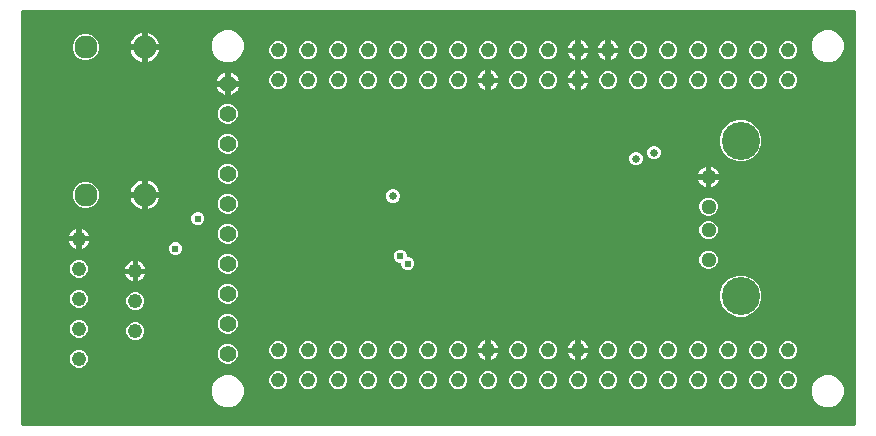
<source format=gbr>
G04 EAGLE Gerber RS-274X export*
G75*
%MOMM*%
%FSLAX34Y34*%
%LPD*%
%INCopper Layer 2*%
%IPPOS*%
%AMOC8*
5,1,8,0,0,1.08239X$1,22.5*%
G01*
%ADD10C,1.960000*%
%ADD11C,1.244600*%
%ADD12C,1.422400*%
%ADD13C,3.220000*%
%ADD14C,1.288000*%
%ADD15C,0.609600*%
%ADD16C,0.654800*%

G36*
X708208Y2556D02*
X708208Y2556D01*
X708327Y2563D01*
X708365Y2576D01*
X708406Y2581D01*
X708516Y2624D01*
X708629Y2661D01*
X708664Y2683D01*
X708701Y2698D01*
X708797Y2767D01*
X708898Y2831D01*
X708926Y2861D01*
X708959Y2884D01*
X709035Y2976D01*
X709116Y3063D01*
X709136Y3098D01*
X709161Y3129D01*
X709212Y3237D01*
X709270Y3341D01*
X709280Y3381D01*
X709297Y3417D01*
X709319Y3534D01*
X709349Y3649D01*
X709353Y3709D01*
X709357Y3729D01*
X709355Y3750D01*
X709359Y3810D01*
X709359Y352990D01*
X709344Y353108D01*
X709337Y353227D01*
X709324Y353265D01*
X709319Y353306D01*
X709276Y353416D01*
X709239Y353529D01*
X709217Y353564D01*
X709202Y353601D01*
X709133Y353697D01*
X709069Y353798D01*
X709039Y353826D01*
X709016Y353859D01*
X708924Y353935D01*
X708837Y354016D01*
X708802Y354036D01*
X708771Y354061D01*
X708663Y354112D01*
X708559Y354170D01*
X708519Y354180D01*
X708483Y354197D01*
X708366Y354219D01*
X708251Y354249D01*
X708191Y354253D01*
X708171Y354257D01*
X708150Y354255D01*
X708090Y354259D01*
X3810Y354259D01*
X3692Y354244D01*
X3573Y354237D01*
X3535Y354224D01*
X3494Y354219D01*
X3384Y354176D01*
X3271Y354139D01*
X3236Y354117D01*
X3199Y354102D01*
X3103Y354033D01*
X3002Y353969D01*
X2974Y353939D01*
X2941Y353916D01*
X2865Y353824D01*
X2784Y353737D01*
X2764Y353702D01*
X2739Y353671D01*
X2688Y353563D01*
X2630Y353459D01*
X2620Y353419D01*
X2603Y353383D01*
X2581Y353266D01*
X2551Y353151D01*
X2547Y353091D01*
X2543Y353071D01*
X2545Y353050D01*
X2541Y352990D01*
X2541Y3810D01*
X2556Y3692D01*
X2563Y3573D01*
X2576Y3535D01*
X2581Y3494D01*
X2624Y3384D01*
X2661Y3271D01*
X2683Y3236D01*
X2698Y3199D01*
X2767Y3103D01*
X2831Y3002D01*
X2861Y2974D01*
X2884Y2941D01*
X2976Y2865D01*
X3063Y2784D01*
X3098Y2764D01*
X3129Y2739D01*
X3237Y2688D01*
X3341Y2630D01*
X3381Y2620D01*
X3417Y2603D01*
X3534Y2581D01*
X3649Y2551D01*
X3709Y2547D01*
X3729Y2543D01*
X3750Y2545D01*
X3810Y2541D01*
X708090Y2541D01*
X708208Y2556D01*
G37*
%LPC*%
G36*
X608445Y226279D02*
X608445Y226279D01*
X602060Y228924D01*
X597174Y233810D01*
X594529Y240195D01*
X594529Y247105D01*
X597174Y253490D01*
X602060Y258376D01*
X608445Y261021D01*
X615355Y261021D01*
X621740Y258376D01*
X626626Y253490D01*
X629271Y247105D01*
X629271Y240195D01*
X626626Y233810D01*
X621740Y228924D01*
X615355Y226279D01*
X608445Y226279D01*
G37*
%LPD*%
%LPC*%
G36*
X608445Y94879D02*
X608445Y94879D01*
X602060Y97524D01*
X597174Y102410D01*
X594529Y108795D01*
X594529Y115705D01*
X597174Y122090D01*
X602060Y126976D01*
X608445Y129621D01*
X615355Y129621D01*
X621740Y126976D01*
X626626Y122090D01*
X629271Y115705D01*
X629271Y108795D01*
X626626Y102410D01*
X621740Y97524D01*
X615355Y94879D01*
X608445Y94879D01*
G37*
%LPD*%
%LPC*%
G36*
X683107Y310309D02*
X683107Y310309D01*
X678130Y312371D01*
X674321Y316180D01*
X672259Y321157D01*
X672259Y326543D01*
X674321Y331520D01*
X678130Y335329D01*
X683107Y337391D01*
X688493Y337391D01*
X693470Y335329D01*
X697279Y331520D01*
X699341Y326543D01*
X699341Y321157D01*
X697279Y316180D01*
X693470Y312371D01*
X688493Y310309D01*
X683107Y310309D01*
G37*
%LPD*%
%LPC*%
G36*
X175107Y310309D02*
X175107Y310309D01*
X170130Y312371D01*
X166321Y316180D01*
X164259Y321157D01*
X164259Y326543D01*
X166321Y331520D01*
X170130Y335329D01*
X175107Y337391D01*
X180493Y337391D01*
X185470Y335329D01*
X189279Y331520D01*
X191341Y326543D01*
X191341Y321157D01*
X189279Y316180D01*
X185470Y312371D01*
X180493Y310309D01*
X175107Y310309D01*
G37*
%LPD*%
%LPC*%
G36*
X175107Y18209D02*
X175107Y18209D01*
X170130Y20271D01*
X166321Y24080D01*
X164259Y29057D01*
X164259Y34443D01*
X166321Y39420D01*
X170130Y43229D01*
X175107Y45291D01*
X180493Y45291D01*
X185470Y43229D01*
X189279Y39420D01*
X191341Y34443D01*
X191341Y29057D01*
X189279Y24080D01*
X185470Y20271D01*
X180493Y18209D01*
X175107Y18209D01*
G37*
%LPD*%
%LPC*%
G36*
X683107Y18209D02*
X683107Y18209D01*
X678130Y20271D01*
X674321Y24080D01*
X672259Y29057D01*
X672259Y34443D01*
X674321Y39420D01*
X678130Y43229D01*
X683107Y45291D01*
X688493Y45291D01*
X693470Y43229D01*
X697279Y39420D01*
X699341Y34443D01*
X699341Y29057D01*
X697279Y24080D01*
X693470Y20271D01*
X688493Y18209D01*
X683107Y18209D01*
G37*
%LPD*%
%LPC*%
G36*
X55348Y311779D02*
X55348Y311779D01*
X51279Y313465D01*
X48165Y316579D01*
X46479Y320648D01*
X46479Y325052D01*
X48165Y329121D01*
X51279Y332235D01*
X55348Y333921D01*
X59752Y333921D01*
X63821Y332235D01*
X66935Y329121D01*
X68621Y325052D01*
X68621Y320648D01*
X66935Y316579D01*
X63821Y313465D01*
X59752Y311779D01*
X55348Y311779D01*
G37*
%LPD*%
%LPC*%
G36*
X55348Y186779D02*
X55348Y186779D01*
X51279Y188465D01*
X48165Y191579D01*
X46479Y195648D01*
X46479Y200052D01*
X48165Y204121D01*
X51279Y207235D01*
X55348Y208921D01*
X59752Y208921D01*
X63821Y207235D01*
X66935Y204121D01*
X68621Y200052D01*
X68621Y195648D01*
X66935Y191579D01*
X63821Y188465D01*
X59752Y186779D01*
X55348Y186779D01*
G37*
%LPD*%
%LPC*%
G36*
X176133Y55117D02*
X176133Y55117D01*
X173052Y56393D01*
X170693Y58752D01*
X169417Y61833D01*
X169417Y65167D01*
X170693Y68248D01*
X173052Y70607D01*
X176133Y71883D01*
X179467Y71883D01*
X182548Y70607D01*
X184907Y68248D01*
X186183Y65167D01*
X186183Y61833D01*
X184907Y58752D01*
X182548Y56393D01*
X179467Y55117D01*
X176133Y55117D01*
G37*
%LPD*%
%LPC*%
G36*
X176133Y80517D02*
X176133Y80517D01*
X173052Y81793D01*
X170693Y84152D01*
X169417Y87233D01*
X169417Y90567D01*
X170693Y93648D01*
X173052Y96007D01*
X176133Y97283D01*
X179467Y97283D01*
X182548Y96007D01*
X184907Y93648D01*
X186183Y90567D01*
X186183Y87233D01*
X184907Y84152D01*
X182548Y81793D01*
X179467Y80517D01*
X176133Y80517D01*
G37*
%LPD*%
%LPC*%
G36*
X176133Y105917D02*
X176133Y105917D01*
X173052Y107193D01*
X170693Y109552D01*
X169417Y112633D01*
X169417Y115967D01*
X170693Y119048D01*
X173052Y121407D01*
X176133Y122683D01*
X179467Y122683D01*
X182548Y121407D01*
X184907Y119048D01*
X186183Y115967D01*
X186183Y112633D01*
X184907Y109552D01*
X182548Y107193D01*
X179467Y105917D01*
X176133Y105917D01*
G37*
%LPD*%
%LPC*%
G36*
X176133Y258317D02*
X176133Y258317D01*
X173052Y259593D01*
X170693Y261952D01*
X169417Y265033D01*
X169417Y268367D01*
X170693Y271448D01*
X173052Y273807D01*
X176133Y275083D01*
X179467Y275083D01*
X182548Y273807D01*
X184907Y271448D01*
X186183Y268367D01*
X186183Y265033D01*
X184907Y261952D01*
X182548Y259593D01*
X179467Y258317D01*
X176133Y258317D01*
G37*
%LPD*%
%LPC*%
G36*
X176133Y232917D02*
X176133Y232917D01*
X173052Y234193D01*
X170693Y236552D01*
X169417Y239633D01*
X169417Y242967D01*
X170693Y246048D01*
X173052Y248407D01*
X176133Y249683D01*
X179467Y249683D01*
X182548Y248407D01*
X184907Y246048D01*
X186183Y242967D01*
X186183Y239633D01*
X184907Y236552D01*
X182548Y234193D01*
X179467Y232917D01*
X176133Y232917D01*
G37*
%LPD*%
%LPC*%
G36*
X176133Y131317D02*
X176133Y131317D01*
X173052Y132593D01*
X170693Y134952D01*
X169417Y138033D01*
X169417Y141367D01*
X170693Y144448D01*
X173052Y146807D01*
X176133Y148083D01*
X179467Y148083D01*
X182548Y146807D01*
X184907Y144448D01*
X186183Y141367D01*
X186183Y138033D01*
X184907Y134952D01*
X182548Y132593D01*
X179467Y131317D01*
X176133Y131317D01*
G37*
%LPD*%
%LPC*%
G36*
X176133Y207517D02*
X176133Y207517D01*
X173052Y208793D01*
X170693Y211152D01*
X169417Y214233D01*
X169417Y217567D01*
X170693Y220648D01*
X173052Y223007D01*
X176133Y224283D01*
X179467Y224283D01*
X182548Y223007D01*
X184907Y220648D01*
X186183Y217567D01*
X186183Y214233D01*
X184907Y211152D01*
X182548Y208793D01*
X179467Y207517D01*
X176133Y207517D01*
G37*
%LPD*%
%LPC*%
G36*
X176133Y156717D02*
X176133Y156717D01*
X173052Y157993D01*
X170693Y160352D01*
X169417Y163433D01*
X169417Y166767D01*
X170693Y169848D01*
X173052Y172207D01*
X176133Y173483D01*
X179467Y173483D01*
X182548Y172207D01*
X184907Y169848D01*
X186183Y166767D01*
X186183Y163433D01*
X184907Y160352D01*
X182548Y157993D01*
X179467Y156717D01*
X176133Y156717D01*
G37*
%LPD*%
%LPC*%
G36*
X176133Y182117D02*
X176133Y182117D01*
X173052Y183393D01*
X170693Y185752D01*
X169417Y188833D01*
X169417Y192167D01*
X170693Y195248D01*
X173052Y197607D01*
X176133Y198883D01*
X179467Y198883D01*
X182548Y197607D01*
X184907Y195248D01*
X186183Y192167D01*
X186183Y188833D01*
X184907Y185752D01*
X182548Y183393D01*
X179467Y182117D01*
X176133Y182117D01*
G37*
%LPD*%
%LPC*%
G36*
X583266Y135239D02*
X583266Y135239D01*
X580432Y136413D01*
X578263Y138582D01*
X577089Y141416D01*
X577089Y144484D01*
X578263Y147318D01*
X580432Y149487D01*
X583266Y150661D01*
X586334Y150661D01*
X589168Y149487D01*
X591337Y147318D01*
X592511Y144484D01*
X592511Y141416D01*
X591337Y138582D01*
X589168Y136413D01*
X586334Y135239D01*
X583266Y135239D01*
G37*
%LPD*%
%LPC*%
G36*
X583266Y160239D02*
X583266Y160239D01*
X580432Y161413D01*
X578263Y163582D01*
X577089Y166416D01*
X577089Y169484D01*
X578263Y172318D01*
X580432Y174487D01*
X583266Y175661D01*
X586334Y175661D01*
X589168Y174487D01*
X591337Y172318D01*
X592511Y169484D01*
X592511Y166416D01*
X591337Y163582D01*
X589168Y161413D01*
X586334Y160239D01*
X583266Y160239D01*
G37*
%LPD*%
%LPC*%
G36*
X583266Y180239D02*
X583266Y180239D01*
X580432Y181413D01*
X578263Y183582D01*
X577089Y186416D01*
X577089Y189484D01*
X578263Y192318D01*
X580432Y194487D01*
X583266Y195661D01*
X586334Y195661D01*
X589168Y194487D01*
X591337Y192318D01*
X592511Y189484D01*
X592511Y186416D01*
X591337Y183582D01*
X589168Y181413D01*
X586334Y180239D01*
X583266Y180239D01*
G37*
%LPD*%
%LPC*%
G36*
X329088Y134111D02*
X329088Y134111D01*
X327034Y134962D01*
X325462Y136534D01*
X324611Y138588D01*
X324611Y139192D01*
X324596Y139310D01*
X324589Y139429D01*
X324576Y139467D01*
X324571Y139508D01*
X324528Y139618D01*
X324491Y139731D01*
X324469Y139766D01*
X324454Y139803D01*
X324385Y139899D01*
X324321Y140000D01*
X324291Y140028D01*
X324268Y140061D01*
X324176Y140137D01*
X324089Y140218D01*
X324054Y140238D01*
X324023Y140263D01*
X323915Y140314D01*
X323811Y140372D01*
X323771Y140382D01*
X323735Y140399D01*
X323618Y140421D01*
X323503Y140451D01*
X323443Y140455D01*
X323423Y140459D01*
X323402Y140457D01*
X323342Y140461D01*
X322738Y140461D01*
X320684Y141312D01*
X319112Y142884D01*
X318261Y144938D01*
X318261Y147162D01*
X319112Y149216D01*
X320684Y150788D01*
X322738Y151639D01*
X324962Y151639D01*
X327016Y150788D01*
X328588Y149216D01*
X329439Y147162D01*
X329439Y146558D01*
X329454Y146440D01*
X329461Y146321D01*
X329474Y146283D01*
X329479Y146242D01*
X329522Y146132D01*
X329559Y146019D01*
X329581Y145984D01*
X329596Y145947D01*
X329665Y145851D01*
X329729Y145750D01*
X329759Y145722D01*
X329782Y145689D01*
X329874Y145613D01*
X329961Y145532D01*
X329996Y145512D01*
X330027Y145487D01*
X330135Y145436D01*
X330239Y145378D01*
X330279Y145368D01*
X330315Y145351D01*
X330432Y145329D01*
X330547Y145299D01*
X330607Y145295D01*
X330627Y145291D01*
X330648Y145293D01*
X330708Y145289D01*
X331312Y145289D01*
X333366Y144438D01*
X334938Y142866D01*
X335789Y140812D01*
X335789Y138588D01*
X334938Y136534D01*
X333366Y134962D01*
X331312Y134111D01*
X329088Y134111D01*
G37*
%LPD*%
%LPC*%
G36*
X295009Y58806D02*
X295009Y58806D01*
X292255Y59947D01*
X290147Y62055D01*
X289006Y64809D01*
X289006Y67791D01*
X290147Y70545D01*
X292255Y72653D01*
X295009Y73794D01*
X297991Y73794D01*
X300745Y72653D01*
X302853Y70545D01*
X303994Y67791D01*
X303994Y64809D01*
X302853Y62055D01*
X300745Y59947D01*
X297991Y58806D01*
X295009Y58806D01*
G37*
%LPD*%
%LPC*%
G36*
X269609Y58806D02*
X269609Y58806D01*
X266855Y59947D01*
X264747Y62055D01*
X263606Y64809D01*
X263606Y67791D01*
X264747Y70545D01*
X266855Y72653D01*
X269609Y73794D01*
X272591Y73794D01*
X275345Y72653D01*
X277453Y70545D01*
X278594Y67791D01*
X278594Y64809D01*
X277453Y62055D01*
X275345Y59947D01*
X272591Y58806D01*
X269609Y58806D01*
G37*
%LPD*%
%LPC*%
G36*
X50209Y51606D02*
X50209Y51606D01*
X47455Y52747D01*
X45347Y54855D01*
X44206Y57609D01*
X44206Y60591D01*
X45347Y63345D01*
X47455Y65453D01*
X50209Y66594D01*
X53191Y66594D01*
X55945Y65453D01*
X58053Y63345D01*
X59194Y60591D01*
X59194Y57609D01*
X58053Y54855D01*
X55945Y52747D01*
X53191Y51606D01*
X50209Y51606D01*
G37*
%LPD*%
%LPC*%
G36*
X650609Y33406D02*
X650609Y33406D01*
X647855Y34547D01*
X645747Y36655D01*
X644606Y39409D01*
X644606Y42391D01*
X645747Y45145D01*
X647855Y47253D01*
X650609Y48394D01*
X653591Y48394D01*
X656345Y47253D01*
X658453Y45145D01*
X659594Y42391D01*
X659594Y39409D01*
X658453Y36655D01*
X656345Y34547D01*
X653591Y33406D01*
X650609Y33406D01*
G37*
%LPD*%
%LPC*%
G36*
X599809Y33406D02*
X599809Y33406D01*
X597055Y34547D01*
X594947Y36655D01*
X593806Y39409D01*
X593806Y42391D01*
X594947Y45145D01*
X597055Y47253D01*
X599809Y48394D01*
X602791Y48394D01*
X605545Y47253D01*
X607653Y45145D01*
X608794Y42391D01*
X608794Y39409D01*
X607653Y36655D01*
X605545Y34547D01*
X602791Y33406D01*
X599809Y33406D01*
G37*
%LPD*%
%LPC*%
G36*
X574409Y33406D02*
X574409Y33406D01*
X571655Y34547D01*
X569547Y36655D01*
X568406Y39409D01*
X568406Y42391D01*
X569547Y45145D01*
X571655Y47253D01*
X574409Y48394D01*
X577391Y48394D01*
X580145Y47253D01*
X582253Y45145D01*
X583394Y42391D01*
X583394Y39409D01*
X582253Y36655D01*
X580145Y34547D01*
X577391Y33406D01*
X574409Y33406D01*
G37*
%LPD*%
%LPC*%
G36*
X244209Y312806D02*
X244209Y312806D01*
X241455Y313947D01*
X239347Y316055D01*
X238206Y318809D01*
X238206Y321791D01*
X239347Y324545D01*
X241455Y326653D01*
X244209Y327794D01*
X247191Y327794D01*
X249945Y326653D01*
X252053Y324545D01*
X253194Y321791D01*
X253194Y318809D01*
X252053Y316055D01*
X249945Y313947D01*
X247191Y312806D01*
X244209Y312806D01*
G37*
%LPD*%
%LPC*%
G36*
X218809Y312806D02*
X218809Y312806D01*
X216055Y313947D01*
X213947Y316055D01*
X212806Y318809D01*
X212806Y321791D01*
X213947Y324545D01*
X216055Y326653D01*
X218809Y327794D01*
X221791Y327794D01*
X224545Y326653D01*
X226653Y324545D01*
X227794Y321791D01*
X227794Y318809D01*
X226653Y316055D01*
X224545Y313947D01*
X221791Y312806D01*
X218809Y312806D01*
G37*
%LPD*%
%LPC*%
G36*
X650609Y312806D02*
X650609Y312806D01*
X647855Y313947D01*
X645747Y316055D01*
X644606Y318809D01*
X644606Y321791D01*
X645747Y324545D01*
X647855Y326653D01*
X650609Y327794D01*
X653591Y327794D01*
X656345Y326653D01*
X658453Y324545D01*
X659594Y321791D01*
X659594Y318809D01*
X658453Y316055D01*
X656345Y313947D01*
X653591Y312806D01*
X650609Y312806D01*
G37*
%LPD*%
%LPC*%
G36*
X625209Y312806D02*
X625209Y312806D01*
X622455Y313947D01*
X620347Y316055D01*
X619206Y318809D01*
X619206Y321791D01*
X620347Y324545D01*
X622455Y326653D01*
X625209Y327794D01*
X628191Y327794D01*
X630945Y326653D01*
X633053Y324545D01*
X634194Y321791D01*
X634194Y318809D01*
X633053Y316055D01*
X630945Y313947D01*
X628191Y312806D01*
X625209Y312806D01*
G37*
%LPD*%
%LPC*%
G36*
X599809Y312806D02*
X599809Y312806D01*
X597055Y313947D01*
X594947Y316055D01*
X593806Y318809D01*
X593806Y321791D01*
X594947Y324545D01*
X597055Y326653D01*
X599809Y327794D01*
X602791Y327794D01*
X605545Y326653D01*
X607653Y324545D01*
X608794Y321791D01*
X608794Y318809D01*
X607653Y316055D01*
X605545Y313947D01*
X602791Y312806D01*
X599809Y312806D01*
G37*
%LPD*%
%LPC*%
G36*
X574409Y312806D02*
X574409Y312806D01*
X571655Y313947D01*
X569547Y316055D01*
X568406Y318809D01*
X568406Y321791D01*
X569547Y324545D01*
X571655Y326653D01*
X574409Y327794D01*
X577391Y327794D01*
X580145Y326653D01*
X582253Y324545D01*
X583394Y321791D01*
X583394Y318809D01*
X582253Y316055D01*
X580145Y313947D01*
X577391Y312806D01*
X574409Y312806D01*
G37*
%LPD*%
%LPC*%
G36*
X549009Y312806D02*
X549009Y312806D01*
X546255Y313947D01*
X544147Y316055D01*
X543006Y318809D01*
X543006Y321791D01*
X544147Y324545D01*
X546255Y326653D01*
X549009Y327794D01*
X551991Y327794D01*
X554745Y326653D01*
X556853Y324545D01*
X557994Y321791D01*
X557994Y318809D01*
X556853Y316055D01*
X554745Y313947D01*
X551991Y312806D01*
X549009Y312806D01*
G37*
%LPD*%
%LPC*%
G36*
X523609Y312806D02*
X523609Y312806D01*
X520855Y313947D01*
X518747Y316055D01*
X517606Y318809D01*
X517606Y321791D01*
X518747Y324545D01*
X520855Y326653D01*
X523609Y327794D01*
X526591Y327794D01*
X529345Y326653D01*
X531453Y324545D01*
X532594Y321791D01*
X532594Y318809D01*
X531453Y316055D01*
X529345Y313947D01*
X526591Y312806D01*
X523609Y312806D01*
G37*
%LPD*%
%LPC*%
G36*
X447409Y312806D02*
X447409Y312806D01*
X444655Y313947D01*
X442547Y316055D01*
X441406Y318809D01*
X441406Y321791D01*
X442547Y324545D01*
X444655Y326653D01*
X447409Y327794D01*
X450391Y327794D01*
X453145Y326653D01*
X455253Y324545D01*
X456394Y321791D01*
X456394Y318809D01*
X455253Y316055D01*
X453145Y313947D01*
X450391Y312806D01*
X447409Y312806D01*
G37*
%LPD*%
%LPC*%
G36*
X422009Y312806D02*
X422009Y312806D01*
X419255Y313947D01*
X417147Y316055D01*
X416006Y318809D01*
X416006Y321791D01*
X417147Y324545D01*
X419255Y326653D01*
X422009Y327794D01*
X424991Y327794D01*
X427745Y326653D01*
X429853Y324545D01*
X430994Y321791D01*
X430994Y318809D01*
X429853Y316055D01*
X427745Y313947D01*
X424991Y312806D01*
X422009Y312806D01*
G37*
%LPD*%
%LPC*%
G36*
X396609Y312806D02*
X396609Y312806D01*
X393855Y313947D01*
X391747Y316055D01*
X390606Y318809D01*
X390606Y321791D01*
X391747Y324545D01*
X393855Y326653D01*
X396609Y327794D01*
X399591Y327794D01*
X402345Y326653D01*
X404453Y324545D01*
X405594Y321791D01*
X405594Y318809D01*
X404453Y316055D01*
X402345Y313947D01*
X399591Y312806D01*
X396609Y312806D01*
G37*
%LPD*%
%LPC*%
G36*
X371209Y312806D02*
X371209Y312806D01*
X368455Y313947D01*
X366347Y316055D01*
X365206Y318809D01*
X365206Y321791D01*
X366347Y324545D01*
X368455Y326653D01*
X371209Y327794D01*
X374191Y327794D01*
X376945Y326653D01*
X379053Y324545D01*
X380194Y321791D01*
X380194Y318809D01*
X379053Y316055D01*
X376945Y313947D01*
X374191Y312806D01*
X371209Y312806D01*
G37*
%LPD*%
%LPC*%
G36*
X345809Y312806D02*
X345809Y312806D01*
X343055Y313947D01*
X340947Y316055D01*
X339806Y318809D01*
X339806Y321791D01*
X340947Y324545D01*
X343055Y326653D01*
X345809Y327794D01*
X348791Y327794D01*
X351545Y326653D01*
X353653Y324545D01*
X354794Y321791D01*
X354794Y318809D01*
X353653Y316055D01*
X351545Y313947D01*
X348791Y312806D01*
X345809Y312806D01*
G37*
%LPD*%
%LPC*%
G36*
X320409Y312806D02*
X320409Y312806D01*
X317655Y313947D01*
X315547Y316055D01*
X314406Y318809D01*
X314406Y321791D01*
X315547Y324545D01*
X317655Y326653D01*
X320409Y327794D01*
X323391Y327794D01*
X326145Y326653D01*
X328253Y324545D01*
X329394Y321791D01*
X329394Y318809D01*
X328253Y316055D01*
X326145Y313947D01*
X323391Y312806D01*
X320409Y312806D01*
G37*
%LPD*%
%LPC*%
G36*
X295009Y312806D02*
X295009Y312806D01*
X292255Y313947D01*
X290147Y316055D01*
X289006Y318809D01*
X289006Y321791D01*
X290147Y324545D01*
X292255Y326653D01*
X295009Y327794D01*
X297991Y327794D01*
X300745Y326653D01*
X302853Y324545D01*
X303994Y321791D01*
X303994Y318809D01*
X302853Y316055D01*
X300745Y313947D01*
X297991Y312806D01*
X295009Y312806D01*
G37*
%LPD*%
%LPC*%
G36*
X269609Y312806D02*
X269609Y312806D01*
X266855Y313947D01*
X264747Y316055D01*
X263606Y318809D01*
X263606Y321791D01*
X264747Y324545D01*
X266855Y326653D01*
X269609Y327794D01*
X272591Y327794D01*
X275345Y326653D01*
X277453Y324545D01*
X278594Y321791D01*
X278594Y318809D01*
X277453Y316055D01*
X275345Y313947D01*
X272591Y312806D01*
X269609Y312806D01*
G37*
%LPD*%
%LPC*%
G36*
X549009Y33406D02*
X549009Y33406D01*
X546255Y34547D01*
X544147Y36655D01*
X543006Y39409D01*
X543006Y42391D01*
X544147Y45145D01*
X546255Y47253D01*
X549009Y48394D01*
X551991Y48394D01*
X554745Y47253D01*
X556853Y45145D01*
X557994Y42391D01*
X557994Y39409D01*
X556853Y36655D01*
X554745Y34547D01*
X551991Y33406D01*
X549009Y33406D01*
G37*
%LPD*%
%LPC*%
G36*
X523609Y33406D02*
X523609Y33406D01*
X520855Y34547D01*
X518747Y36655D01*
X517606Y39409D01*
X517606Y42391D01*
X518747Y45145D01*
X520855Y47253D01*
X523609Y48394D01*
X526591Y48394D01*
X529345Y47253D01*
X531453Y45145D01*
X532594Y42391D01*
X532594Y39409D01*
X531453Y36655D01*
X529345Y34547D01*
X526591Y33406D01*
X523609Y33406D01*
G37*
%LPD*%
%LPC*%
G36*
X498209Y33406D02*
X498209Y33406D01*
X495455Y34547D01*
X493347Y36655D01*
X492206Y39409D01*
X492206Y42391D01*
X493347Y45145D01*
X495455Y47253D01*
X498209Y48394D01*
X501191Y48394D01*
X503945Y47253D01*
X506053Y45145D01*
X507194Y42391D01*
X507194Y39409D01*
X506053Y36655D01*
X503945Y34547D01*
X501191Y33406D01*
X498209Y33406D01*
G37*
%LPD*%
%LPC*%
G36*
X472809Y33406D02*
X472809Y33406D01*
X470055Y34547D01*
X467947Y36655D01*
X466806Y39409D01*
X466806Y42391D01*
X467947Y45145D01*
X470055Y47253D01*
X472809Y48394D01*
X475791Y48394D01*
X478545Y47253D01*
X480653Y45145D01*
X481794Y42391D01*
X481794Y39409D01*
X480653Y36655D01*
X478545Y34547D01*
X475791Y33406D01*
X472809Y33406D01*
G37*
%LPD*%
%LPC*%
G36*
X447409Y33406D02*
X447409Y33406D01*
X444655Y34547D01*
X442547Y36655D01*
X441406Y39409D01*
X441406Y42391D01*
X442547Y45145D01*
X444655Y47253D01*
X447409Y48394D01*
X450391Y48394D01*
X453145Y47253D01*
X455253Y45145D01*
X456394Y42391D01*
X456394Y39409D01*
X455253Y36655D01*
X453145Y34547D01*
X450391Y33406D01*
X447409Y33406D01*
G37*
%LPD*%
%LPC*%
G36*
X422009Y33406D02*
X422009Y33406D01*
X419255Y34547D01*
X417147Y36655D01*
X416006Y39409D01*
X416006Y42391D01*
X417147Y45145D01*
X419255Y47253D01*
X422009Y48394D01*
X424991Y48394D01*
X427745Y47253D01*
X429853Y45145D01*
X430994Y42391D01*
X430994Y39409D01*
X429853Y36655D01*
X427745Y34547D01*
X424991Y33406D01*
X422009Y33406D01*
G37*
%LPD*%
%LPC*%
G36*
X396609Y33406D02*
X396609Y33406D01*
X393855Y34547D01*
X391747Y36655D01*
X390606Y39409D01*
X390606Y42391D01*
X391747Y45145D01*
X393855Y47253D01*
X396609Y48394D01*
X399591Y48394D01*
X402345Y47253D01*
X404453Y45145D01*
X405594Y42391D01*
X405594Y39409D01*
X404453Y36655D01*
X402345Y34547D01*
X399591Y33406D01*
X396609Y33406D01*
G37*
%LPD*%
%LPC*%
G36*
X371209Y33406D02*
X371209Y33406D01*
X368455Y34547D01*
X366347Y36655D01*
X365206Y39409D01*
X365206Y42391D01*
X366347Y45145D01*
X368455Y47253D01*
X371209Y48394D01*
X374191Y48394D01*
X376945Y47253D01*
X379053Y45145D01*
X380194Y42391D01*
X380194Y39409D01*
X379053Y36655D01*
X376945Y34547D01*
X374191Y33406D01*
X371209Y33406D01*
G37*
%LPD*%
%LPC*%
G36*
X345809Y33406D02*
X345809Y33406D01*
X343055Y34547D01*
X340947Y36655D01*
X339806Y39409D01*
X339806Y42391D01*
X340947Y45145D01*
X343055Y47253D01*
X345809Y48394D01*
X348791Y48394D01*
X351545Y47253D01*
X353653Y45145D01*
X354794Y42391D01*
X354794Y39409D01*
X353653Y36655D01*
X351545Y34547D01*
X348791Y33406D01*
X345809Y33406D01*
G37*
%LPD*%
%LPC*%
G36*
X320409Y33406D02*
X320409Y33406D01*
X317655Y34547D01*
X315547Y36655D01*
X314406Y39409D01*
X314406Y42391D01*
X315547Y45145D01*
X317655Y47253D01*
X320409Y48394D01*
X323391Y48394D01*
X326145Y47253D01*
X328253Y45145D01*
X329394Y42391D01*
X329394Y39409D01*
X328253Y36655D01*
X326145Y34547D01*
X323391Y33406D01*
X320409Y33406D01*
G37*
%LPD*%
%LPC*%
G36*
X295009Y33406D02*
X295009Y33406D01*
X292255Y34547D01*
X290147Y36655D01*
X289006Y39409D01*
X289006Y42391D01*
X290147Y45145D01*
X292255Y47253D01*
X295009Y48394D01*
X297991Y48394D01*
X300745Y47253D01*
X302853Y45145D01*
X303994Y42391D01*
X303994Y39409D01*
X302853Y36655D01*
X300745Y34547D01*
X297991Y33406D01*
X295009Y33406D01*
G37*
%LPD*%
%LPC*%
G36*
X650609Y287406D02*
X650609Y287406D01*
X647855Y288547D01*
X645747Y290655D01*
X644606Y293409D01*
X644606Y296391D01*
X645747Y299145D01*
X647855Y301253D01*
X650609Y302394D01*
X653591Y302394D01*
X656345Y301253D01*
X658453Y299145D01*
X659594Y296391D01*
X659594Y293409D01*
X658453Y290655D01*
X656345Y288547D01*
X653591Y287406D01*
X650609Y287406D01*
G37*
%LPD*%
%LPC*%
G36*
X625209Y287406D02*
X625209Y287406D01*
X622455Y288547D01*
X620347Y290655D01*
X619206Y293409D01*
X619206Y296391D01*
X620347Y299145D01*
X622455Y301253D01*
X625209Y302394D01*
X628191Y302394D01*
X630945Y301253D01*
X633053Y299145D01*
X634194Y296391D01*
X634194Y293409D01*
X633053Y290655D01*
X630945Y288547D01*
X628191Y287406D01*
X625209Y287406D01*
G37*
%LPD*%
%LPC*%
G36*
X599809Y287406D02*
X599809Y287406D01*
X597055Y288547D01*
X594947Y290655D01*
X593806Y293409D01*
X593806Y296391D01*
X594947Y299145D01*
X597055Y301253D01*
X599809Y302394D01*
X602791Y302394D01*
X605545Y301253D01*
X607653Y299145D01*
X608794Y296391D01*
X608794Y293409D01*
X607653Y290655D01*
X605545Y288547D01*
X602791Y287406D01*
X599809Y287406D01*
G37*
%LPD*%
%LPC*%
G36*
X574409Y287406D02*
X574409Y287406D01*
X571655Y288547D01*
X569547Y290655D01*
X568406Y293409D01*
X568406Y296391D01*
X569547Y299145D01*
X571655Y301253D01*
X574409Y302394D01*
X577391Y302394D01*
X580145Y301253D01*
X582253Y299145D01*
X583394Y296391D01*
X583394Y293409D01*
X582253Y290655D01*
X580145Y288547D01*
X577391Y287406D01*
X574409Y287406D01*
G37*
%LPD*%
%LPC*%
G36*
X549009Y287406D02*
X549009Y287406D01*
X546255Y288547D01*
X544147Y290655D01*
X543006Y293409D01*
X543006Y296391D01*
X544147Y299145D01*
X546255Y301253D01*
X549009Y302394D01*
X551991Y302394D01*
X554745Y301253D01*
X556853Y299145D01*
X557994Y296391D01*
X557994Y293409D01*
X556853Y290655D01*
X554745Y288547D01*
X551991Y287406D01*
X549009Y287406D01*
G37*
%LPD*%
%LPC*%
G36*
X523609Y287406D02*
X523609Y287406D01*
X520855Y288547D01*
X518747Y290655D01*
X517606Y293409D01*
X517606Y296391D01*
X518747Y299145D01*
X520855Y301253D01*
X523609Y302394D01*
X526591Y302394D01*
X529345Y301253D01*
X531453Y299145D01*
X532594Y296391D01*
X532594Y293409D01*
X531453Y290655D01*
X529345Y288547D01*
X526591Y287406D01*
X523609Y287406D01*
G37*
%LPD*%
%LPC*%
G36*
X498209Y287406D02*
X498209Y287406D01*
X495455Y288547D01*
X493347Y290655D01*
X492206Y293409D01*
X492206Y296391D01*
X493347Y299145D01*
X495455Y301253D01*
X498209Y302394D01*
X501191Y302394D01*
X503945Y301253D01*
X506053Y299145D01*
X507194Y296391D01*
X507194Y293409D01*
X506053Y290655D01*
X503945Y288547D01*
X501191Y287406D01*
X498209Y287406D01*
G37*
%LPD*%
%LPC*%
G36*
X447409Y287406D02*
X447409Y287406D01*
X444655Y288547D01*
X442547Y290655D01*
X441406Y293409D01*
X441406Y296391D01*
X442547Y299145D01*
X444655Y301253D01*
X447409Y302394D01*
X450391Y302394D01*
X453145Y301253D01*
X455253Y299145D01*
X456394Y296391D01*
X456394Y293409D01*
X455253Y290655D01*
X453145Y288547D01*
X450391Y287406D01*
X447409Y287406D01*
G37*
%LPD*%
%LPC*%
G36*
X422009Y287406D02*
X422009Y287406D01*
X419255Y288547D01*
X417147Y290655D01*
X416006Y293409D01*
X416006Y296391D01*
X417147Y299145D01*
X419255Y301253D01*
X422009Y302394D01*
X424991Y302394D01*
X427745Y301253D01*
X429853Y299145D01*
X430994Y296391D01*
X430994Y293409D01*
X429853Y290655D01*
X427745Y288547D01*
X424991Y287406D01*
X422009Y287406D01*
G37*
%LPD*%
%LPC*%
G36*
X371209Y287406D02*
X371209Y287406D01*
X368455Y288547D01*
X366347Y290655D01*
X365206Y293409D01*
X365206Y296391D01*
X366347Y299145D01*
X368455Y301253D01*
X371209Y302394D01*
X374191Y302394D01*
X376945Y301253D01*
X379053Y299145D01*
X380194Y296391D01*
X380194Y293409D01*
X379053Y290655D01*
X376945Y288547D01*
X374191Y287406D01*
X371209Y287406D01*
G37*
%LPD*%
%LPC*%
G36*
X345809Y287406D02*
X345809Y287406D01*
X343055Y288547D01*
X340947Y290655D01*
X339806Y293409D01*
X339806Y296391D01*
X340947Y299145D01*
X343055Y301253D01*
X345809Y302394D01*
X348791Y302394D01*
X351545Y301253D01*
X353653Y299145D01*
X354794Y296391D01*
X354794Y293409D01*
X353653Y290655D01*
X351545Y288547D01*
X348791Y287406D01*
X345809Y287406D01*
G37*
%LPD*%
%LPC*%
G36*
X320409Y287406D02*
X320409Y287406D01*
X317655Y288547D01*
X315547Y290655D01*
X314406Y293409D01*
X314406Y296391D01*
X315547Y299145D01*
X317655Y301253D01*
X320409Y302394D01*
X323391Y302394D01*
X326145Y301253D01*
X328253Y299145D01*
X329394Y296391D01*
X329394Y293409D01*
X328253Y290655D01*
X326145Y288547D01*
X323391Y287406D01*
X320409Y287406D01*
G37*
%LPD*%
%LPC*%
G36*
X295009Y287406D02*
X295009Y287406D01*
X292255Y288547D01*
X290147Y290655D01*
X289006Y293409D01*
X289006Y296391D01*
X290147Y299145D01*
X292255Y301253D01*
X295009Y302394D01*
X297991Y302394D01*
X300745Y301253D01*
X302853Y299145D01*
X303994Y296391D01*
X303994Y293409D01*
X302853Y290655D01*
X300745Y288547D01*
X297991Y287406D01*
X295009Y287406D01*
G37*
%LPD*%
%LPC*%
G36*
X269609Y287406D02*
X269609Y287406D01*
X266855Y288547D01*
X264747Y290655D01*
X263606Y293409D01*
X263606Y296391D01*
X264747Y299145D01*
X266855Y301253D01*
X269609Y302394D01*
X272591Y302394D01*
X275345Y301253D01*
X277453Y299145D01*
X278594Y296391D01*
X278594Y293409D01*
X277453Y290655D01*
X275345Y288547D01*
X272591Y287406D01*
X269609Y287406D01*
G37*
%LPD*%
%LPC*%
G36*
X244209Y287406D02*
X244209Y287406D01*
X241455Y288547D01*
X239347Y290655D01*
X238206Y293409D01*
X238206Y296391D01*
X239347Y299145D01*
X241455Y301253D01*
X244209Y302394D01*
X247191Y302394D01*
X249945Y301253D01*
X252053Y299145D01*
X253194Y296391D01*
X253194Y293409D01*
X252053Y290655D01*
X249945Y288547D01*
X247191Y287406D01*
X244209Y287406D01*
G37*
%LPD*%
%LPC*%
G36*
X218809Y287406D02*
X218809Y287406D01*
X216055Y288547D01*
X213947Y290655D01*
X212806Y293409D01*
X212806Y296391D01*
X213947Y299145D01*
X216055Y301253D01*
X218809Y302394D01*
X221791Y302394D01*
X224545Y301253D01*
X226653Y299145D01*
X227794Y296391D01*
X227794Y293409D01*
X226653Y290655D01*
X224545Y288547D01*
X221791Y287406D01*
X218809Y287406D01*
G37*
%LPD*%
%LPC*%
G36*
X269609Y33406D02*
X269609Y33406D01*
X266855Y34547D01*
X264747Y36655D01*
X263606Y39409D01*
X263606Y42391D01*
X264747Y45145D01*
X266855Y47253D01*
X269609Y48394D01*
X272591Y48394D01*
X275345Y47253D01*
X277453Y45145D01*
X278594Y42391D01*
X278594Y39409D01*
X277453Y36655D01*
X275345Y34547D01*
X272591Y33406D01*
X269609Y33406D01*
G37*
%LPD*%
%LPC*%
G36*
X244209Y33406D02*
X244209Y33406D01*
X241455Y34547D01*
X239347Y36655D01*
X238206Y39409D01*
X238206Y42391D01*
X239347Y45145D01*
X241455Y47253D01*
X244209Y48394D01*
X247191Y48394D01*
X249945Y47253D01*
X252053Y45145D01*
X253194Y42391D01*
X253194Y39409D01*
X252053Y36655D01*
X249945Y34547D01*
X247191Y33406D01*
X244209Y33406D01*
G37*
%LPD*%
%LPC*%
G36*
X218809Y33406D02*
X218809Y33406D01*
X216055Y34547D01*
X213947Y36655D01*
X212806Y39409D01*
X212806Y42391D01*
X213947Y45145D01*
X216055Y47253D01*
X218809Y48394D01*
X221791Y48394D01*
X224545Y47253D01*
X226653Y45145D01*
X227794Y42391D01*
X227794Y39409D01*
X226653Y36655D01*
X224545Y34547D01*
X221791Y33406D01*
X218809Y33406D01*
G37*
%LPD*%
%LPC*%
G36*
X625209Y33406D02*
X625209Y33406D01*
X622455Y34547D01*
X620347Y36655D01*
X619206Y39409D01*
X619206Y42391D01*
X620347Y45145D01*
X622455Y47253D01*
X625209Y48394D01*
X628191Y48394D01*
X630945Y47253D01*
X633053Y45145D01*
X634194Y42391D01*
X634194Y39409D01*
X633053Y36655D01*
X630945Y34547D01*
X628191Y33406D01*
X625209Y33406D01*
G37*
%LPD*%
%LPC*%
G36*
X574409Y58806D02*
X574409Y58806D01*
X571655Y59947D01*
X569547Y62055D01*
X568406Y64809D01*
X568406Y67791D01*
X569547Y70545D01*
X571655Y72653D01*
X574409Y73794D01*
X577391Y73794D01*
X580145Y72653D01*
X582253Y70545D01*
X583394Y67791D01*
X583394Y64809D01*
X582253Y62055D01*
X580145Y59947D01*
X577391Y58806D01*
X574409Y58806D01*
G37*
%LPD*%
%LPC*%
G36*
X50209Y127806D02*
X50209Y127806D01*
X47455Y128947D01*
X45347Y131055D01*
X44206Y133809D01*
X44206Y136791D01*
X45347Y139545D01*
X47455Y141653D01*
X50209Y142794D01*
X53191Y142794D01*
X55945Y141653D01*
X58053Y139545D01*
X59194Y136791D01*
X59194Y133809D01*
X58053Y131055D01*
X55945Y128947D01*
X53191Y127806D01*
X50209Y127806D01*
G37*
%LPD*%
%LPC*%
G36*
X50209Y102406D02*
X50209Y102406D01*
X47455Y103547D01*
X45347Y105655D01*
X44206Y108409D01*
X44206Y111391D01*
X45347Y114145D01*
X47455Y116253D01*
X50209Y117394D01*
X53191Y117394D01*
X55945Y116253D01*
X58053Y114145D01*
X59194Y111391D01*
X59194Y108409D01*
X58053Y105655D01*
X55945Y103547D01*
X53191Y102406D01*
X50209Y102406D01*
G37*
%LPD*%
%LPC*%
G36*
X97909Y100356D02*
X97909Y100356D01*
X95155Y101497D01*
X93047Y103605D01*
X91906Y106359D01*
X91906Y109341D01*
X93047Y112095D01*
X95155Y114203D01*
X97909Y115344D01*
X100891Y115344D01*
X103645Y114203D01*
X105753Y112095D01*
X106894Y109341D01*
X106894Y106359D01*
X105753Y103605D01*
X103645Y101497D01*
X100891Y100356D01*
X97909Y100356D01*
G37*
%LPD*%
%LPC*%
G36*
X50209Y77006D02*
X50209Y77006D01*
X47455Y78147D01*
X45347Y80255D01*
X44206Y83009D01*
X44206Y85991D01*
X45347Y88745D01*
X47455Y90853D01*
X50209Y91994D01*
X53191Y91994D01*
X55945Y90853D01*
X58053Y88745D01*
X59194Y85991D01*
X59194Y83009D01*
X58053Y80255D01*
X55945Y78147D01*
X53191Y77006D01*
X50209Y77006D01*
G37*
%LPD*%
%LPC*%
G36*
X97909Y74956D02*
X97909Y74956D01*
X95155Y76097D01*
X93047Y78205D01*
X91906Y80959D01*
X91906Y83941D01*
X93047Y86695D01*
X95155Y88803D01*
X97909Y89944D01*
X100891Y89944D01*
X103645Y88803D01*
X105753Y86695D01*
X106894Y83941D01*
X106894Y80959D01*
X105753Y78205D01*
X103645Y76097D01*
X100891Y74956D01*
X97909Y74956D01*
G37*
%LPD*%
%LPC*%
G36*
X244209Y58806D02*
X244209Y58806D01*
X241455Y59947D01*
X239347Y62055D01*
X238206Y64809D01*
X238206Y67791D01*
X239347Y70545D01*
X241455Y72653D01*
X244209Y73794D01*
X247191Y73794D01*
X249945Y72653D01*
X252053Y70545D01*
X253194Y67791D01*
X253194Y64809D01*
X252053Y62055D01*
X249945Y59947D01*
X247191Y58806D01*
X244209Y58806D01*
G37*
%LPD*%
%LPC*%
G36*
X218809Y58806D02*
X218809Y58806D01*
X216055Y59947D01*
X213947Y62055D01*
X212806Y64809D01*
X212806Y67791D01*
X213947Y70545D01*
X216055Y72653D01*
X218809Y73794D01*
X221791Y73794D01*
X224545Y72653D01*
X226653Y70545D01*
X227794Y67791D01*
X227794Y64809D01*
X226653Y62055D01*
X224545Y59947D01*
X221791Y58806D01*
X218809Y58806D01*
G37*
%LPD*%
%LPC*%
G36*
X650609Y58806D02*
X650609Y58806D01*
X647855Y59947D01*
X645747Y62055D01*
X644606Y64809D01*
X644606Y67791D01*
X645747Y70545D01*
X647855Y72653D01*
X650609Y73794D01*
X653591Y73794D01*
X656345Y72653D01*
X658453Y70545D01*
X659594Y67791D01*
X659594Y64809D01*
X658453Y62055D01*
X656345Y59947D01*
X653591Y58806D01*
X650609Y58806D01*
G37*
%LPD*%
%LPC*%
G36*
X625209Y58806D02*
X625209Y58806D01*
X622455Y59947D01*
X620347Y62055D01*
X619206Y64809D01*
X619206Y67791D01*
X620347Y70545D01*
X622455Y72653D01*
X625209Y73794D01*
X628191Y73794D01*
X630945Y72653D01*
X633053Y70545D01*
X634194Y67791D01*
X634194Y64809D01*
X633053Y62055D01*
X630945Y59947D01*
X628191Y58806D01*
X625209Y58806D01*
G37*
%LPD*%
%LPC*%
G36*
X599809Y58806D02*
X599809Y58806D01*
X597055Y59947D01*
X594947Y62055D01*
X593806Y64809D01*
X593806Y67791D01*
X594947Y70545D01*
X597055Y72653D01*
X599809Y73794D01*
X602791Y73794D01*
X605545Y72653D01*
X607653Y70545D01*
X608794Y67791D01*
X608794Y64809D01*
X607653Y62055D01*
X605545Y59947D01*
X602791Y58806D01*
X599809Y58806D01*
G37*
%LPD*%
%LPC*%
G36*
X549009Y58806D02*
X549009Y58806D01*
X546255Y59947D01*
X544147Y62055D01*
X543006Y64809D01*
X543006Y67791D01*
X544147Y70545D01*
X546255Y72653D01*
X549009Y73794D01*
X551991Y73794D01*
X554745Y72653D01*
X556853Y70545D01*
X557994Y67791D01*
X557994Y64809D01*
X556853Y62055D01*
X554745Y59947D01*
X551991Y58806D01*
X549009Y58806D01*
G37*
%LPD*%
%LPC*%
G36*
X523609Y58806D02*
X523609Y58806D01*
X520855Y59947D01*
X518747Y62055D01*
X517606Y64809D01*
X517606Y67791D01*
X518747Y70545D01*
X520855Y72653D01*
X523609Y73794D01*
X526591Y73794D01*
X529345Y72653D01*
X531453Y70545D01*
X532594Y67791D01*
X532594Y64809D01*
X531453Y62055D01*
X529345Y59947D01*
X526591Y58806D01*
X523609Y58806D01*
G37*
%LPD*%
%LPC*%
G36*
X498209Y58806D02*
X498209Y58806D01*
X495455Y59947D01*
X493347Y62055D01*
X492206Y64809D01*
X492206Y67791D01*
X493347Y70545D01*
X495455Y72653D01*
X498209Y73794D01*
X501191Y73794D01*
X503945Y72653D01*
X506053Y70545D01*
X507194Y67791D01*
X507194Y64809D01*
X506053Y62055D01*
X503945Y59947D01*
X501191Y58806D01*
X498209Y58806D01*
G37*
%LPD*%
%LPC*%
G36*
X447409Y58806D02*
X447409Y58806D01*
X444655Y59947D01*
X442547Y62055D01*
X441406Y64809D01*
X441406Y67791D01*
X442547Y70545D01*
X444655Y72653D01*
X447409Y73794D01*
X450391Y73794D01*
X453145Y72653D01*
X455253Y70545D01*
X456394Y67791D01*
X456394Y64809D01*
X455253Y62055D01*
X453145Y59947D01*
X450391Y58806D01*
X447409Y58806D01*
G37*
%LPD*%
%LPC*%
G36*
X422009Y58806D02*
X422009Y58806D01*
X419255Y59947D01*
X417147Y62055D01*
X416006Y64809D01*
X416006Y67791D01*
X417147Y70545D01*
X419255Y72653D01*
X422009Y73794D01*
X424991Y73794D01*
X427745Y72653D01*
X429853Y70545D01*
X430994Y67791D01*
X430994Y64809D01*
X429853Y62055D01*
X427745Y59947D01*
X424991Y58806D01*
X422009Y58806D01*
G37*
%LPD*%
%LPC*%
G36*
X371209Y58806D02*
X371209Y58806D01*
X368455Y59947D01*
X366347Y62055D01*
X365206Y64809D01*
X365206Y67791D01*
X366347Y70545D01*
X368455Y72653D01*
X371209Y73794D01*
X374191Y73794D01*
X376945Y72653D01*
X379053Y70545D01*
X380194Y67791D01*
X380194Y64809D01*
X379053Y62055D01*
X376945Y59947D01*
X374191Y58806D01*
X371209Y58806D01*
G37*
%LPD*%
%LPC*%
G36*
X345809Y58806D02*
X345809Y58806D01*
X343055Y59947D01*
X340947Y62055D01*
X339806Y64809D01*
X339806Y67791D01*
X340947Y70545D01*
X343055Y72653D01*
X345809Y73794D01*
X348791Y73794D01*
X351545Y72653D01*
X353653Y70545D01*
X354794Y67791D01*
X354794Y64809D01*
X353653Y62055D01*
X351545Y59947D01*
X348791Y58806D01*
X345809Y58806D01*
G37*
%LPD*%
%LPC*%
G36*
X320409Y58806D02*
X320409Y58806D01*
X317655Y59947D01*
X315547Y62055D01*
X314406Y64809D01*
X314406Y67791D01*
X315547Y70545D01*
X317655Y72653D01*
X320409Y73794D01*
X323391Y73794D01*
X326145Y72653D01*
X328253Y70545D01*
X329394Y67791D01*
X329394Y64809D01*
X328253Y62055D01*
X326145Y59947D01*
X323391Y58806D01*
X320409Y58806D01*
G37*
%LPD*%
%LPC*%
G36*
X522083Y222785D02*
X522083Y222785D01*
X519946Y223670D01*
X518310Y225306D01*
X517425Y227443D01*
X517425Y229757D01*
X518310Y231894D01*
X519946Y233530D01*
X522083Y234415D01*
X524397Y234415D01*
X526534Y233530D01*
X528170Y231894D01*
X529055Y229757D01*
X529055Y227443D01*
X528170Y225306D01*
X526534Y223670D01*
X524397Y222785D01*
X522083Y222785D01*
G37*
%LPD*%
%LPC*%
G36*
X537323Y227865D02*
X537323Y227865D01*
X535186Y228750D01*
X533550Y230386D01*
X532665Y232523D01*
X532665Y234837D01*
X533550Y236974D01*
X535186Y238610D01*
X537323Y239495D01*
X539637Y239495D01*
X541774Y238610D01*
X543410Y236974D01*
X544295Y234837D01*
X544295Y232523D01*
X543410Y230386D01*
X541774Y228750D01*
X539637Y227865D01*
X537323Y227865D01*
G37*
%LPD*%
%LPC*%
G36*
X316343Y191035D02*
X316343Y191035D01*
X314206Y191920D01*
X312570Y193556D01*
X311685Y195693D01*
X311685Y198007D01*
X312570Y200144D01*
X314206Y201780D01*
X316343Y202665D01*
X318657Y202665D01*
X320794Y201780D01*
X322430Y200144D01*
X323315Y198007D01*
X323315Y195693D01*
X322430Y193556D01*
X320794Y191920D01*
X318657Y191035D01*
X316343Y191035D01*
G37*
%LPD*%
%LPC*%
G36*
X132238Y146811D02*
X132238Y146811D01*
X130184Y147662D01*
X128612Y149234D01*
X127761Y151288D01*
X127761Y153512D01*
X128612Y155566D01*
X130184Y157138D01*
X132238Y157989D01*
X134462Y157989D01*
X136516Y157138D01*
X138088Y155566D01*
X138939Y153512D01*
X138939Y151288D01*
X138088Y149234D01*
X136516Y147662D01*
X134462Y146811D01*
X132238Y146811D01*
G37*
%LPD*%
%LPC*%
G36*
X151288Y172211D02*
X151288Y172211D01*
X149234Y173062D01*
X147662Y174634D01*
X146811Y176688D01*
X146811Y178912D01*
X147662Y180966D01*
X149234Y182538D01*
X151288Y183389D01*
X153512Y183389D01*
X155566Y182538D01*
X157138Y180966D01*
X157989Y178912D01*
X157989Y176688D01*
X157138Y174634D01*
X155566Y173062D01*
X153512Y172211D01*
X151288Y172211D01*
G37*
%LPD*%
%LPC*%
G36*
X110089Y325389D02*
X110089Y325389D01*
X110089Y334942D01*
X110440Y334887D01*
X112287Y334287D01*
X114018Y333405D01*
X115589Y332263D01*
X116963Y330889D01*
X118105Y329318D01*
X118987Y327587D01*
X119587Y325740D01*
X119642Y325389D01*
X110089Y325389D01*
G37*
%LPD*%
%LPC*%
G36*
X110089Y200389D02*
X110089Y200389D01*
X110089Y209942D01*
X110440Y209887D01*
X112287Y209287D01*
X114018Y208405D01*
X115589Y207263D01*
X116963Y205889D01*
X118105Y204318D01*
X118987Y202587D01*
X119587Y200740D01*
X119642Y200389D01*
X110089Y200389D01*
G37*
%LPD*%
%LPC*%
G36*
X95458Y325389D02*
X95458Y325389D01*
X95513Y325740D01*
X96113Y327587D01*
X96995Y329318D01*
X98137Y330889D01*
X99511Y332263D01*
X101082Y333405D01*
X102813Y334287D01*
X104660Y334887D01*
X105011Y334942D01*
X105011Y325389D01*
X95458Y325389D01*
G37*
%LPD*%
%LPC*%
G36*
X95458Y200389D02*
X95458Y200389D01*
X95513Y200740D01*
X96113Y202587D01*
X96995Y204318D01*
X98137Y205889D01*
X99511Y207263D01*
X101082Y208405D01*
X102813Y209287D01*
X104660Y209887D01*
X105011Y209942D01*
X105011Y200389D01*
X95458Y200389D01*
G37*
%LPD*%
%LPC*%
G36*
X110089Y320311D02*
X110089Y320311D01*
X119642Y320311D01*
X119587Y319960D01*
X118987Y318113D01*
X118105Y316382D01*
X116963Y314811D01*
X115589Y313437D01*
X114018Y312295D01*
X112287Y311413D01*
X110440Y310813D01*
X110089Y310758D01*
X110089Y320311D01*
G37*
%LPD*%
%LPC*%
G36*
X110089Y195311D02*
X110089Y195311D01*
X119642Y195311D01*
X119587Y194960D01*
X118987Y193113D01*
X118105Y191382D01*
X116963Y189811D01*
X115589Y188437D01*
X114018Y187295D01*
X112287Y186413D01*
X110440Y185813D01*
X110089Y185758D01*
X110089Y195311D01*
G37*
%LPD*%
%LPC*%
G36*
X104660Y310813D02*
X104660Y310813D01*
X102813Y311413D01*
X101082Y312295D01*
X99511Y313437D01*
X98137Y314811D01*
X96995Y316382D01*
X96113Y318113D01*
X95513Y319960D01*
X95458Y320311D01*
X105011Y320311D01*
X105011Y310758D01*
X104660Y310813D01*
G37*
%LPD*%
%LPC*%
G36*
X104660Y185813D02*
X104660Y185813D01*
X102813Y186413D01*
X101082Y187295D01*
X99511Y188437D01*
X98137Y189811D01*
X96995Y191382D01*
X96113Y193113D01*
X95513Y194960D01*
X95458Y195311D01*
X105011Y195311D01*
X105011Y185758D01*
X104660Y185813D01*
G37*
%LPD*%
%LPC*%
G36*
X180339Y294639D02*
X180339Y294639D01*
X180339Y301424D01*
X181505Y301046D01*
X182859Y300356D01*
X184088Y299463D01*
X185163Y298388D01*
X186056Y297159D01*
X186746Y295805D01*
X187124Y294639D01*
X180339Y294639D01*
G37*
%LPD*%
%LPC*%
G36*
X180339Y289561D02*
X180339Y289561D01*
X187124Y289561D01*
X186746Y288395D01*
X186056Y287041D01*
X185163Y285812D01*
X184088Y284737D01*
X182859Y283844D01*
X181505Y283154D01*
X180339Y282776D01*
X180339Y289561D01*
G37*
%LPD*%
%LPC*%
G36*
X168476Y294639D02*
X168476Y294639D01*
X168854Y295805D01*
X169544Y297159D01*
X170437Y298388D01*
X171512Y299463D01*
X172741Y300356D01*
X174095Y301046D01*
X175261Y301424D01*
X175261Y294639D01*
X168476Y294639D01*
G37*
%LPD*%
%LPC*%
G36*
X174095Y283154D02*
X174095Y283154D01*
X172741Y283844D01*
X171512Y284737D01*
X170437Y285812D01*
X169544Y287041D01*
X168854Y288395D01*
X168476Y289561D01*
X175261Y289561D01*
X175261Y282776D01*
X174095Y283154D01*
G37*
%LPD*%
%LPC*%
G36*
X587099Y215249D02*
X587099Y215249D01*
X587099Y221649D01*
X587420Y221586D01*
X589054Y220909D01*
X590525Y219926D01*
X591776Y218675D01*
X592759Y217204D01*
X593436Y215570D01*
X593499Y215249D01*
X587099Y215249D01*
G37*
%LPD*%
%LPC*%
G36*
X587099Y210651D02*
X587099Y210651D01*
X593499Y210651D01*
X593436Y210330D01*
X592759Y208696D01*
X591776Y207225D01*
X590525Y205974D01*
X589054Y204991D01*
X587420Y204314D01*
X587099Y204251D01*
X587099Y210651D01*
G37*
%LPD*%
%LPC*%
G36*
X576101Y215249D02*
X576101Y215249D01*
X576164Y215570D01*
X576841Y217204D01*
X577824Y218675D01*
X579075Y219926D01*
X580546Y220909D01*
X582180Y221586D01*
X582501Y221649D01*
X582501Y215249D01*
X576101Y215249D01*
G37*
%LPD*%
%LPC*%
G36*
X582180Y204314D02*
X582180Y204314D01*
X580546Y204991D01*
X579075Y205974D01*
X577824Y207225D01*
X576841Y208696D01*
X576164Y210330D01*
X576101Y210651D01*
X582501Y210651D01*
X582501Y204251D01*
X582180Y204314D01*
G37*
%LPD*%
%LPC*%
G36*
X476522Y297122D02*
X476522Y297122D01*
X476522Y303393D01*
X476856Y303327D01*
X478451Y302666D01*
X479887Y301707D01*
X481107Y300487D01*
X482066Y299051D01*
X482727Y297456D01*
X482793Y297122D01*
X476522Y297122D01*
G37*
%LPD*%
%LPC*%
G36*
X400322Y68522D02*
X400322Y68522D01*
X400322Y74793D01*
X400656Y74727D01*
X402251Y74066D01*
X403687Y73107D01*
X404907Y71887D01*
X405866Y70451D01*
X406527Y68856D01*
X406593Y68522D01*
X400322Y68522D01*
G37*
%LPD*%
%LPC*%
G36*
X101622Y135472D02*
X101622Y135472D01*
X101622Y141743D01*
X101956Y141677D01*
X103551Y141016D01*
X104987Y140057D01*
X106207Y138837D01*
X107166Y137401D01*
X107827Y135806D01*
X107893Y135472D01*
X101622Y135472D01*
G37*
%LPD*%
%LPC*%
G36*
X476522Y68522D02*
X476522Y68522D01*
X476522Y74793D01*
X476856Y74727D01*
X478451Y74066D01*
X479887Y73107D01*
X481107Y71887D01*
X482066Y70451D01*
X482727Y68856D01*
X482793Y68522D01*
X476522Y68522D01*
G37*
%LPD*%
%LPC*%
G36*
X400322Y297122D02*
X400322Y297122D01*
X400322Y303393D01*
X400656Y303327D01*
X402251Y302666D01*
X403687Y301707D01*
X404907Y300487D01*
X405866Y299051D01*
X406527Y297456D01*
X406593Y297122D01*
X400322Y297122D01*
G37*
%LPD*%
%LPC*%
G36*
X53922Y162922D02*
X53922Y162922D01*
X53922Y169193D01*
X54256Y169127D01*
X55851Y168466D01*
X57287Y167507D01*
X58507Y166287D01*
X59466Y164851D01*
X60127Y163256D01*
X60193Y162922D01*
X53922Y162922D01*
G37*
%LPD*%
%LPC*%
G36*
X476522Y322522D02*
X476522Y322522D01*
X476522Y328793D01*
X476856Y328727D01*
X478451Y328066D01*
X479887Y327107D01*
X481107Y325887D01*
X482066Y324451D01*
X482727Y322856D01*
X482793Y322522D01*
X476522Y322522D01*
G37*
%LPD*%
%LPC*%
G36*
X501922Y322522D02*
X501922Y322522D01*
X501922Y328793D01*
X502256Y328727D01*
X503851Y328066D01*
X505287Y327107D01*
X506507Y325887D01*
X507466Y324451D01*
X508127Y322856D01*
X508193Y322522D01*
X501922Y322522D01*
G37*
%LPD*%
%LPC*%
G36*
X476522Y318078D02*
X476522Y318078D01*
X482793Y318078D01*
X482727Y317744D01*
X482066Y316149D01*
X481107Y314713D01*
X479887Y313493D01*
X478451Y312534D01*
X476856Y311873D01*
X476522Y311807D01*
X476522Y318078D01*
G37*
%LPD*%
%LPC*%
G36*
X501922Y318078D02*
X501922Y318078D01*
X508193Y318078D01*
X508127Y317744D01*
X507466Y316149D01*
X506507Y314713D01*
X505287Y313493D01*
X503851Y312534D01*
X502256Y311873D01*
X501922Y311807D01*
X501922Y318078D01*
G37*
%LPD*%
%LPC*%
G36*
X389607Y297122D02*
X389607Y297122D01*
X389673Y297456D01*
X390334Y299051D01*
X391293Y300487D01*
X392513Y301707D01*
X393949Y302666D01*
X395544Y303327D01*
X395878Y303393D01*
X395878Y297122D01*
X389607Y297122D01*
G37*
%LPD*%
%LPC*%
G36*
X465807Y297122D02*
X465807Y297122D01*
X465873Y297456D01*
X466534Y299051D01*
X467493Y300487D01*
X468713Y301707D01*
X470149Y302666D01*
X471744Y303327D01*
X472078Y303393D01*
X472078Y297122D01*
X465807Y297122D01*
G37*
%LPD*%
%LPC*%
G36*
X101622Y131028D02*
X101622Y131028D01*
X107893Y131028D01*
X107827Y130694D01*
X107166Y129099D01*
X106207Y127663D01*
X104987Y126443D01*
X103551Y125484D01*
X101956Y124823D01*
X101622Y124757D01*
X101622Y131028D01*
G37*
%LPD*%
%LPC*%
G36*
X476522Y64078D02*
X476522Y64078D01*
X482793Y64078D01*
X482727Y63744D01*
X482066Y62149D01*
X481107Y60713D01*
X479887Y59493D01*
X478451Y58534D01*
X476856Y57873D01*
X476522Y57807D01*
X476522Y64078D01*
G37*
%LPD*%
%LPC*%
G36*
X400322Y64078D02*
X400322Y64078D01*
X406593Y64078D01*
X406527Y63744D01*
X405866Y62149D01*
X404907Y60713D01*
X403687Y59493D01*
X402251Y58534D01*
X400656Y57873D01*
X400322Y57807D01*
X400322Y64078D01*
G37*
%LPD*%
%LPC*%
G36*
X53922Y158478D02*
X53922Y158478D01*
X60193Y158478D01*
X60127Y158144D01*
X59466Y156549D01*
X58507Y155113D01*
X57287Y153893D01*
X55851Y152934D01*
X54256Y152273D01*
X53922Y152207D01*
X53922Y158478D01*
G37*
%LPD*%
%LPC*%
G36*
X400322Y292678D02*
X400322Y292678D01*
X406593Y292678D01*
X406527Y292344D01*
X405866Y290749D01*
X404907Y289313D01*
X403687Y288093D01*
X402251Y287134D01*
X400656Y286473D01*
X400322Y286407D01*
X400322Y292678D01*
G37*
%LPD*%
%LPC*%
G36*
X465807Y68522D02*
X465807Y68522D01*
X465873Y68856D01*
X466534Y70451D01*
X467493Y71887D01*
X468713Y73107D01*
X470149Y74066D01*
X471744Y74727D01*
X472078Y74793D01*
X472078Y68522D01*
X465807Y68522D01*
G37*
%LPD*%
%LPC*%
G36*
X389607Y68522D02*
X389607Y68522D01*
X389673Y68856D01*
X390334Y70451D01*
X391293Y71887D01*
X392513Y73107D01*
X393949Y74066D01*
X395544Y74727D01*
X395878Y74793D01*
X395878Y68522D01*
X389607Y68522D01*
G37*
%LPD*%
%LPC*%
G36*
X43207Y162922D02*
X43207Y162922D01*
X43273Y163256D01*
X43934Y164851D01*
X44893Y166287D01*
X46113Y167507D01*
X47549Y168466D01*
X49144Y169127D01*
X49478Y169193D01*
X49478Y162922D01*
X43207Y162922D01*
G37*
%LPD*%
%LPC*%
G36*
X90907Y135472D02*
X90907Y135472D01*
X90973Y135806D01*
X91634Y137401D01*
X92593Y138837D01*
X93813Y140057D01*
X95249Y141016D01*
X96844Y141677D01*
X97178Y141743D01*
X97178Y135472D01*
X90907Y135472D01*
G37*
%LPD*%
%LPC*%
G36*
X476522Y292678D02*
X476522Y292678D01*
X482793Y292678D01*
X482727Y292344D01*
X482066Y290749D01*
X481107Y289313D01*
X479887Y288093D01*
X478451Y287134D01*
X476856Y286473D01*
X476522Y286407D01*
X476522Y292678D01*
G37*
%LPD*%
%LPC*%
G36*
X491207Y322522D02*
X491207Y322522D01*
X491273Y322856D01*
X491934Y324451D01*
X492893Y325887D01*
X494113Y327107D01*
X495549Y328066D01*
X497144Y328727D01*
X497478Y328793D01*
X497478Y322522D01*
X491207Y322522D01*
G37*
%LPD*%
%LPC*%
G36*
X465807Y322522D02*
X465807Y322522D01*
X465873Y322856D01*
X466534Y324451D01*
X467493Y325887D01*
X468713Y327107D01*
X470149Y328066D01*
X471744Y328727D01*
X472078Y328793D01*
X472078Y322522D01*
X465807Y322522D01*
G37*
%LPD*%
%LPC*%
G36*
X471744Y286473D02*
X471744Y286473D01*
X470149Y287134D01*
X468713Y288093D01*
X467493Y289313D01*
X466534Y290749D01*
X465873Y292344D01*
X465807Y292678D01*
X472078Y292678D01*
X472078Y286407D01*
X471744Y286473D01*
G37*
%LPD*%
%LPC*%
G36*
X395544Y57873D02*
X395544Y57873D01*
X393949Y58534D01*
X392513Y59493D01*
X391293Y60713D01*
X390334Y62149D01*
X389673Y63744D01*
X389607Y64078D01*
X395878Y64078D01*
X395878Y57807D01*
X395544Y57873D01*
G37*
%LPD*%
%LPC*%
G36*
X497144Y311873D02*
X497144Y311873D01*
X495549Y312534D01*
X494113Y313493D01*
X492893Y314713D01*
X491934Y316149D01*
X491273Y317744D01*
X491207Y318078D01*
X497478Y318078D01*
X497478Y311807D01*
X497144Y311873D01*
G37*
%LPD*%
%LPC*%
G36*
X471744Y311873D02*
X471744Y311873D01*
X470149Y312534D01*
X468713Y313493D01*
X467493Y314713D01*
X466534Y316149D01*
X465873Y317744D01*
X465807Y318078D01*
X472078Y318078D01*
X472078Y311807D01*
X471744Y311873D01*
G37*
%LPD*%
%LPC*%
G36*
X49144Y152273D02*
X49144Y152273D01*
X47549Y152934D01*
X46113Y153893D01*
X44893Y155113D01*
X43934Y156549D01*
X43273Y158144D01*
X43207Y158478D01*
X49478Y158478D01*
X49478Y152207D01*
X49144Y152273D01*
G37*
%LPD*%
%LPC*%
G36*
X471744Y57873D02*
X471744Y57873D01*
X470149Y58534D01*
X468713Y59493D01*
X467493Y60713D01*
X466534Y62149D01*
X465873Y63744D01*
X465807Y64078D01*
X472078Y64078D01*
X472078Y57807D01*
X471744Y57873D01*
G37*
%LPD*%
%LPC*%
G36*
X96844Y124823D02*
X96844Y124823D01*
X95249Y125484D01*
X93813Y126443D01*
X92593Y127663D01*
X91634Y129099D01*
X90973Y130694D01*
X90907Y131028D01*
X97178Y131028D01*
X97178Y124757D01*
X96844Y124823D01*
G37*
%LPD*%
%LPC*%
G36*
X395544Y286473D02*
X395544Y286473D01*
X393949Y287134D01*
X392513Y288093D01*
X391293Y289313D01*
X390334Y290749D01*
X389673Y292344D01*
X389607Y292678D01*
X395878Y292678D01*
X395878Y286407D01*
X395544Y286473D01*
G37*
%LPD*%
%LPC*%
G36*
X107549Y197849D02*
X107549Y197849D01*
X107549Y197851D01*
X107551Y197851D01*
X107551Y197849D01*
X107549Y197849D01*
G37*
%LPD*%
%LPC*%
G36*
X107549Y322849D02*
X107549Y322849D01*
X107549Y322851D01*
X107551Y322851D01*
X107551Y322849D01*
X107549Y322849D01*
G37*
%LPD*%
%LPC*%
G36*
X177799Y292099D02*
X177799Y292099D01*
X177799Y292101D01*
X177801Y292101D01*
X177801Y292099D01*
X177799Y292099D01*
G37*
%LPD*%
D10*
X57550Y322850D03*
X107550Y322850D03*
X107550Y197850D03*
X57550Y197850D03*
D11*
X652100Y320300D03*
X652100Y294900D03*
X626700Y320300D03*
X626700Y294900D03*
X601300Y320300D03*
X601300Y294900D03*
X575900Y320300D03*
X575900Y294900D03*
X550500Y320300D03*
X550500Y294900D03*
X525100Y320300D03*
X525100Y294900D03*
X499700Y320300D03*
X499700Y294900D03*
X474300Y320300D03*
X474300Y294900D03*
X448900Y320300D03*
X448900Y294900D03*
X423500Y320300D03*
X423500Y294900D03*
X398100Y320300D03*
X398100Y294900D03*
X372700Y320300D03*
X372700Y294900D03*
X347300Y320300D03*
X347300Y294900D03*
X321900Y320300D03*
X321900Y294900D03*
X296500Y320300D03*
X296500Y294900D03*
X271100Y320300D03*
X271100Y294900D03*
X245700Y320300D03*
X245700Y294900D03*
X220300Y320300D03*
X220300Y294900D03*
X652100Y66300D03*
X652100Y40900D03*
X626700Y66300D03*
X626700Y40900D03*
X601300Y66300D03*
X601300Y40900D03*
X575900Y66300D03*
X575900Y40900D03*
X550500Y66300D03*
X550500Y40900D03*
X525100Y66300D03*
X525100Y40900D03*
X499700Y66300D03*
X499700Y40900D03*
X474300Y66300D03*
X474300Y40900D03*
X448900Y66300D03*
X448900Y40900D03*
X423500Y66300D03*
X423500Y40900D03*
X398100Y66300D03*
X398100Y40900D03*
X372700Y66300D03*
X372700Y40900D03*
X347300Y66300D03*
X347300Y40900D03*
X321900Y66300D03*
X321900Y40900D03*
X296500Y66300D03*
X296500Y40900D03*
X271100Y66300D03*
X271100Y40900D03*
X245700Y66300D03*
X245700Y40900D03*
X220300Y66300D03*
X220300Y40900D03*
X99400Y107850D03*
X99400Y82450D03*
X99400Y133250D03*
D12*
X177800Y63500D03*
X177800Y88900D03*
X177800Y114300D03*
X177800Y139700D03*
X177800Y165100D03*
X177800Y190500D03*
X177800Y215900D03*
X177800Y241300D03*
X177800Y266700D03*
X177800Y292100D03*
D13*
X611900Y112250D03*
D14*
X584800Y142950D03*
D13*
X611900Y243650D03*
D14*
X584800Y167950D03*
X584800Y187950D03*
X584800Y212950D03*
D11*
X51700Y135300D03*
X51700Y160700D03*
X51700Y109900D03*
X51700Y84500D03*
X51700Y59100D03*
D15*
X234950Y215900D03*
D16*
X349250Y177800D03*
D15*
X133350Y152400D03*
X323850Y146050D03*
D16*
X317500Y196850D03*
D15*
X330200Y139700D03*
D16*
X523240Y228600D03*
X538480Y233680D03*
D15*
X152400Y177800D03*
M02*

</source>
